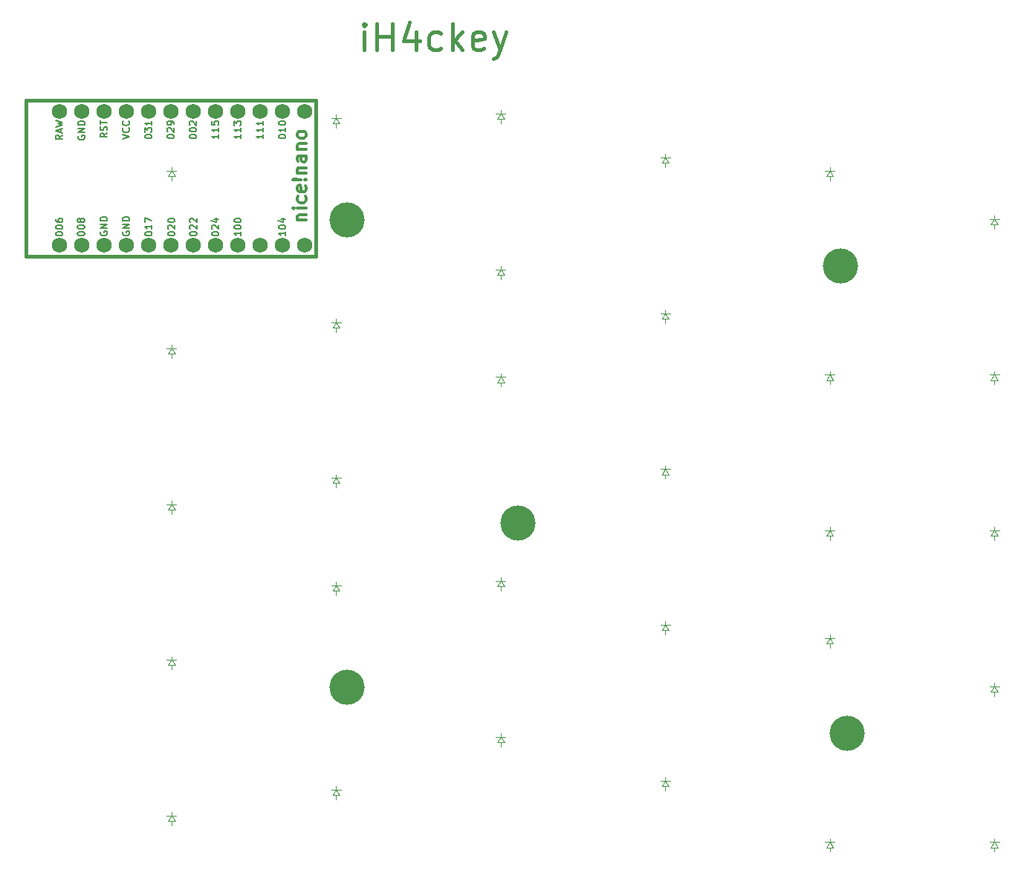
<source format=gbr>
%TF.GenerationSoftware,KiCad,Pcbnew,8.0.7*%
%TF.CreationDate,2025-01-07T17:01:18+01:00*%
%TF.ProjectId,right_finished,72696768-745f-4666-996e-69736865642e,v1.0.0*%
%TF.SameCoordinates,Original*%
%TF.FileFunction,Legend,Top*%
%TF.FilePolarity,Positive*%
%FSLAX46Y46*%
G04 Gerber Fmt 4.6, Leading zero omitted, Abs format (unit mm)*
G04 Created by KiCad (PCBNEW 8.0.7) date 2025-01-07 17:01:18*
%MOMM*%
%LPD*%
G01*
G04 APERTURE LIST*
%ADD10C,0.400000*%
%ADD11C,0.150000*%
%ADD12C,0.300000*%
%ADD13C,0.100000*%
%ADD14C,0.381000*%
%ADD15C,4.000000*%
%ADD16C,1.752600*%
G04 APERTURE END LIST*
D10*
X283527442Y-62867057D02*
X283527442Y-60867057D01*
X283527442Y-59867057D02*
X283384585Y-60009914D01*
X283384585Y-60009914D02*
X283527442Y-60152771D01*
X283527442Y-60152771D02*
X283670299Y-60009914D01*
X283670299Y-60009914D02*
X283527442Y-59867057D01*
X283527442Y-59867057D02*
X283527442Y-60152771D01*
X284956013Y-62867057D02*
X284956013Y-59867057D01*
X284956013Y-61295628D02*
X286670299Y-61295628D01*
X286670299Y-62867057D02*
X286670299Y-59867057D01*
X289384585Y-60867057D02*
X289384585Y-62867057D01*
X288670299Y-59724200D02*
X287956013Y-61867057D01*
X287956013Y-61867057D02*
X289813156Y-61867057D01*
X292241728Y-62724200D02*
X291956013Y-62867057D01*
X291956013Y-62867057D02*
X291384585Y-62867057D01*
X291384585Y-62867057D02*
X291098870Y-62724200D01*
X291098870Y-62724200D02*
X290956013Y-62581342D01*
X290956013Y-62581342D02*
X290813156Y-62295628D01*
X290813156Y-62295628D02*
X290813156Y-61438485D01*
X290813156Y-61438485D02*
X290956013Y-61152771D01*
X290956013Y-61152771D02*
X291098870Y-61009914D01*
X291098870Y-61009914D02*
X291384585Y-60867057D01*
X291384585Y-60867057D02*
X291956013Y-60867057D01*
X291956013Y-60867057D02*
X292241728Y-61009914D01*
X293527442Y-62867057D02*
X293527442Y-59867057D01*
X293813157Y-61724200D02*
X294670299Y-62867057D01*
X294670299Y-60867057D02*
X293527442Y-62009914D01*
X297098870Y-62724200D02*
X296813156Y-62867057D01*
X296813156Y-62867057D02*
X296241728Y-62867057D01*
X296241728Y-62867057D02*
X295956013Y-62724200D01*
X295956013Y-62724200D02*
X295813156Y-62438485D01*
X295813156Y-62438485D02*
X295813156Y-61295628D01*
X295813156Y-61295628D02*
X295956013Y-61009914D01*
X295956013Y-61009914D02*
X296241728Y-60867057D01*
X296241728Y-60867057D02*
X296813156Y-60867057D01*
X296813156Y-60867057D02*
X297098870Y-61009914D01*
X297098870Y-61009914D02*
X297241728Y-61295628D01*
X297241728Y-61295628D02*
X297241728Y-61581342D01*
X297241728Y-61581342D02*
X295813156Y-61867057D01*
X298241728Y-60867057D02*
X298956014Y-62867057D01*
X299670299Y-60867057D02*
X298956014Y-62867057D01*
X298956014Y-62867057D02*
X298670299Y-63581342D01*
X298670299Y-63581342D02*
X298527442Y-63724200D01*
X298527442Y-63724200D02*
X298241728Y-63867057D01*
D11*
X266922295Y-72496142D02*
X266922295Y-72953285D01*
X266922295Y-72724713D02*
X266122295Y-72724713D01*
X266122295Y-72724713D02*
X266236580Y-72800904D01*
X266236580Y-72800904D02*
X266312771Y-72877094D01*
X266312771Y-72877094D02*
X266350866Y-72953285D01*
X266922295Y-71734237D02*
X266922295Y-72191380D01*
X266922295Y-71962808D02*
X266122295Y-71962808D01*
X266122295Y-71962808D02*
X266236580Y-72038999D01*
X266236580Y-72038999D02*
X266312771Y-72115189D01*
X266312771Y-72115189D02*
X266350866Y-72191380D01*
X266122295Y-71010427D02*
X266122295Y-71391379D01*
X266122295Y-71391379D02*
X266503247Y-71429475D01*
X266503247Y-71429475D02*
X266465152Y-71391379D01*
X266465152Y-71391379D02*
X266427057Y-71315189D01*
X266427057Y-71315189D02*
X266427057Y-71124713D01*
X266427057Y-71124713D02*
X266465152Y-71048522D01*
X266465152Y-71048522D02*
X266503247Y-71010427D01*
X266503247Y-71010427D02*
X266579438Y-70972332D01*
X266579438Y-70972332D02*
X266769914Y-70972332D01*
X266769914Y-70972332D02*
X266846104Y-71010427D01*
X266846104Y-71010427D02*
X266884200Y-71048522D01*
X266884200Y-71048522D02*
X266922295Y-71124713D01*
X266922295Y-71124713D02*
X266922295Y-71315189D01*
X266922295Y-71315189D02*
X266884200Y-71391379D01*
X266884200Y-71391379D02*
X266846104Y-71429475D01*
X250920390Y-72654856D02*
X250882295Y-72731046D01*
X250882295Y-72731046D02*
X250882295Y-72845332D01*
X250882295Y-72845332D02*
X250920390Y-72959618D01*
X250920390Y-72959618D02*
X250996580Y-73035808D01*
X250996580Y-73035808D02*
X251072771Y-73073903D01*
X251072771Y-73073903D02*
X251225152Y-73111999D01*
X251225152Y-73111999D02*
X251339438Y-73111999D01*
X251339438Y-73111999D02*
X251491819Y-73073903D01*
X251491819Y-73073903D02*
X251568009Y-73035808D01*
X251568009Y-73035808D02*
X251644200Y-72959618D01*
X251644200Y-72959618D02*
X251682295Y-72845332D01*
X251682295Y-72845332D02*
X251682295Y-72769141D01*
X251682295Y-72769141D02*
X251644200Y-72654856D01*
X251644200Y-72654856D02*
X251606104Y-72616760D01*
X251606104Y-72616760D02*
X251339438Y-72616760D01*
X251339438Y-72616760D02*
X251339438Y-72769141D01*
X251682295Y-72273903D02*
X250882295Y-72273903D01*
X250882295Y-72273903D02*
X251682295Y-71816760D01*
X251682295Y-71816760D02*
X250882295Y-71816760D01*
X251682295Y-71435808D02*
X250882295Y-71435808D01*
X250882295Y-71435808D02*
X250882295Y-71245332D01*
X250882295Y-71245332D02*
X250920390Y-71131046D01*
X250920390Y-71131046D02*
X250996580Y-71054856D01*
X250996580Y-71054856D02*
X251072771Y-71016761D01*
X251072771Y-71016761D02*
X251225152Y-70978665D01*
X251225152Y-70978665D02*
X251339438Y-70978665D01*
X251339438Y-70978665D02*
X251491819Y-71016761D01*
X251491819Y-71016761D02*
X251568009Y-71054856D01*
X251568009Y-71054856D02*
X251644200Y-71131046D01*
X251644200Y-71131046D02*
X251682295Y-71245332D01*
X251682295Y-71245332D02*
X251682295Y-71435808D01*
X263582295Y-72762808D02*
X263582295Y-72686618D01*
X263582295Y-72686618D02*
X263620390Y-72610427D01*
X263620390Y-72610427D02*
X263658485Y-72572332D01*
X263658485Y-72572332D02*
X263734676Y-72534237D01*
X263734676Y-72534237D02*
X263887057Y-72496142D01*
X263887057Y-72496142D02*
X264077533Y-72496142D01*
X264077533Y-72496142D02*
X264229914Y-72534237D01*
X264229914Y-72534237D02*
X264306104Y-72572332D01*
X264306104Y-72572332D02*
X264344200Y-72610427D01*
X264344200Y-72610427D02*
X264382295Y-72686618D01*
X264382295Y-72686618D02*
X264382295Y-72762808D01*
X264382295Y-72762808D02*
X264344200Y-72838999D01*
X264344200Y-72838999D02*
X264306104Y-72877094D01*
X264306104Y-72877094D02*
X264229914Y-72915189D01*
X264229914Y-72915189D02*
X264077533Y-72953285D01*
X264077533Y-72953285D02*
X263887057Y-72953285D01*
X263887057Y-72953285D02*
X263734676Y-72915189D01*
X263734676Y-72915189D02*
X263658485Y-72877094D01*
X263658485Y-72877094D02*
X263620390Y-72838999D01*
X263620390Y-72838999D02*
X263582295Y-72762808D01*
X263582295Y-72000903D02*
X263582295Y-71924713D01*
X263582295Y-71924713D02*
X263620390Y-71848522D01*
X263620390Y-71848522D02*
X263658485Y-71810427D01*
X263658485Y-71810427D02*
X263734676Y-71772332D01*
X263734676Y-71772332D02*
X263887057Y-71734237D01*
X263887057Y-71734237D02*
X264077533Y-71734237D01*
X264077533Y-71734237D02*
X264229914Y-71772332D01*
X264229914Y-71772332D02*
X264306104Y-71810427D01*
X264306104Y-71810427D02*
X264344200Y-71848522D01*
X264344200Y-71848522D02*
X264382295Y-71924713D01*
X264382295Y-71924713D02*
X264382295Y-72000903D01*
X264382295Y-72000903D02*
X264344200Y-72077094D01*
X264344200Y-72077094D02*
X264306104Y-72115189D01*
X264306104Y-72115189D02*
X264229914Y-72153284D01*
X264229914Y-72153284D02*
X264077533Y-72191380D01*
X264077533Y-72191380D02*
X263887057Y-72191380D01*
X263887057Y-72191380D02*
X263734676Y-72153284D01*
X263734676Y-72153284D02*
X263658485Y-72115189D01*
X263658485Y-72115189D02*
X263620390Y-72077094D01*
X263620390Y-72077094D02*
X263582295Y-72000903D01*
X263658485Y-71429475D02*
X263620390Y-71391379D01*
X263620390Y-71391379D02*
X263582295Y-71315189D01*
X263582295Y-71315189D02*
X263582295Y-71124713D01*
X263582295Y-71124713D02*
X263620390Y-71048522D01*
X263620390Y-71048522D02*
X263658485Y-71010427D01*
X263658485Y-71010427D02*
X263734676Y-70972332D01*
X263734676Y-70972332D02*
X263810866Y-70972332D01*
X263810866Y-70972332D02*
X263925152Y-71010427D01*
X263925152Y-71010427D02*
X264382295Y-71467570D01*
X264382295Y-71467570D02*
X264382295Y-70972332D01*
X248342295Y-83837189D02*
X248342295Y-83760999D01*
X248342295Y-83760999D02*
X248380390Y-83684808D01*
X248380390Y-83684808D02*
X248418485Y-83646713D01*
X248418485Y-83646713D02*
X248494676Y-83608618D01*
X248494676Y-83608618D02*
X248647057Y-83570523D01*
X248647057Y-83570523D02*
X248837533Y-83570523D01*
X248837533Y-83570523D02*
X248989914Y-83608618D01*
X248989914Y-83608618D02*
X249066104Y-83646713D01*
X249066104Y-83646713D02*
X249104200Y-83684808D01*
X249104200Y-83684808D02*
X249142295Y-83760999D01*
X249142295Y-83760999D02*
X249142295Y-83837189D01*
X249142295Y-83837189D02*
X249104200Y-83913380D01*
X249104200Y-83913380D02*
X249066104Y-83951475D01*
X249066104Y-83951475D02*
X248989914Y-83989570D01*
X248989914Y-83989570D02*
X248837533Y-84027666D01*
X248837533Y-84027666D02*
X248647057Y-84027666D01*
X248647057Y-84027666D02*
X248494676Y-83989570D01*
X248494676Y-83989570D02*
X248418485Y-83951475D01*
X248418485Y-83951475D02*
X248380390Y-83913380D01*
X248380390Y-83913380D02*
X248342295Y-83837189D01*
X248342295Y-83075284D02*
X248342295Y-82999094D01*
X248342295Y-82999094D02*
X248380390Y-82922903D01*
X248380390Y-82922903D02*
X248418485Y-82884808D01*
X248418485Y-82884808D02*
X248494676Y-82846713D01*
X248494676Y-82846713D02*
X248647057Y-82808618D01*
X248647057Y-82808618D02*
X248837533Y-82808618D01*
X248837533Y-82808618D02*
X248989914Y-82846713D01*
X248989914Y-82846713D02*
X249066104Y-82884808D01*
X249066104Y-82884808D02*
X249104200Y-82922903D01*
X249104200Y-82922903D02*
X249142295Y-82999094D01*
X249142295Y-82999094D02*
X249142295Y-83075284D01*
X249142295Y-83075284D02*
X249104200Y-83151475D01*
X249104200Y-83151475D02*
X249066104Y-83189570D01*
X249066104Y-83189570D02*
X248989914Y-83227665D01*
X248989914Y-83227665D02*
X248837533Y-83265761D01*
X248837533Y-83265761D02*
X248647057Y-83265761D01*
X248647057Y-83265761D02*
X248494676Y-83227665D01*
X248494676Y-83227665D02*
X248418485Y-83189570D01*
X248418485Y-83189570D02*
X248380390Y-83151475D01*
X248380390Y-83151475D02*
X248342295Y-83075284D01*
X248342295Y-82122903D02*
X248342295Y-82275284D01*
X248342295Y-82275284D02*
X248380390Y-82351475D01*
X248380390Y-82351475D02*
X248418485Y-82389570D01*
X248418485Y-82389570D02*
X248532771Y-82465760D01*
X248532771Y-82465760D02*
X248685152Y-82503856D01*
X248685152Y-82503856D02*
X248989914Y-82503856D01*
X248989914Y-82503856D02*
X249066104Y-82465760D01*
X249066104Y-82465760D02*
X249104200Y-82427665D01*
X249104200Y-82427665D02*
X249142295Y-82351475D01*
X249142295Y-82351475D02*
X249142295Y-82199094D01*
X249142295Y-82199094D02*
X249104200Y-82122903D01*
X249104200Y-82122903D02*
X249066104Y-82084808D01*
X249066104Y-82084808D02*
X248989914Y-82046713D01*
X248989914Y-82046713D02*
X248799438Y-82046713D01*
X248799438Y-82046713D02*
X248723247Y-82084808D01*
X248723247Y-82084808D02*
X248685152Y-82122903D01*
X248685152Y-82122903D02*
X248647057Y-82199094D01*
X248647057Y-82199094D02*
X248647057Y-82351475D01*
X248647057Y-82351475D02*
X248685152Y-82427665D01*
X248685152Y-82427665D02*
X248723247Y-82465760D01*
X248723247Y-82465760D02*
X248799438Y-82503856D01*
X258502295Y-72762808D02*
X258502295Y-72686618D01*
X258502295Y-72686618D02*
X258540390Y-72610427D01*
X258540390Y-72610427D02*
X258578485Y-72572332D01*
X258578485Y-72572332D02*
X258654676Y-72534237D01*
X258654676Y-72534237D02*
X258807057Y-72496142D01*
X258807057Y-72496142D02*
X258997533Y-72496142D01*
X258997533Y-72496142D02*
X259149914Y-72534237D01*
X259149914Y-72534237D02*
X259226104Y-72572332D01*
X259226104Y-72572332D02*
X259264200Y-72610427D01*
X259264200Y-72610427D02*
X259302295Y-72686618D01*
X259302295Y-72686618D02*
X259302295Y-72762808D01*
X259302295Y-72762808D02*
X259264200Y-72838999D01*
X259264200Y-72838999D02*
X259226104Y-72877094D01*
X259226104Y-72877094D02*
X259149914Y-72915189D01*
X259149914Y-72915189D02*
X258997533Y-72953285D01*
X258997533Y-72953285D02*
X258807057Y-72953285D01*
X258807057Y-72953285D02*
X258654676Y-72915189D01*
X258654676Y-72915189D02*
X258578485Y-72877094D01*
X258578485Y-72877094D02*
X258540390Y-72838999D01*
X258540390Y-72838999D02*
X258502295Y-72762808D01*
X258502295Y-72229475D02*
X258502295Y-71734237D01*
X258502295Y-71734237D02*
X258807057Y-72000903D01*
X258807057Y-72000903D02*
X258807057Y-71886618D01*
X258807057Y-71886618D02*
X258845152Y-71810427D01*
X258845152Y-71810427D02*
X258883247Y-71772332D01*
X258883247Y-71772332D02*
X258959438Y-71734237D01*
X258959438Y-71734237D02*
X259149914Y-71734237D01*
X259149914Y-71734237D02*
X259226104Y-71772332D01*
X259226104Y-71772332D02*
X259264200Y-71810427D01*
X259264200Y-71810427D02*
X259302295Y-71886618D01*
X259302295Y-71886618D02*
X259302295Y-72115189D01*
X259302295Y-72115189D02*
X259264200Y-72191380D01*
X259264200Y-72191380D02*
X259226104Y-72229475D01*
X259302295Y-70972332D02*
X259302295Y-71429475D01*
X259302295Y-71200903D02*
X258502295Y-71200903D01*
X258502295Y-71200903D02*
X258616580Y-71277094D01*
X258616580Y-71277094D02*
X258692771Y-71353284D01*
X258692771Y-71353284D02*
X258730866Y-71429475D01*
X249142295Y-72578665D02*
X248761342Y-72845332D01*
X249142295Y-73035808D02*
X248342295Y-73035808D01*
X248342295Y-73035808D02*
X248342295Y-72731046D01*
X248342295Y-72731046D02*
X248380390Y-72654856D01*
X248380390Y-72654856D02*
X248418485Y-72616761D01*
X248418485Y-72616761D02*
X248494676Y-72578665D01*
X248494676Y-72578665D02*
X248608961Y-72578665D01*
X248608961Y-72578665D02*
X248685152Y-72616761D01*
X248685152Y-72616761D02*
X248723247Y-72654856D01*
X248723247Y-72654856D02*
X248761342Y-72731046D01*
X248761342Y-72731046D02*
X248761342Y-73035808D01*
X248913723Y-72273904D02*
X248913723Y-71892951D01*
X249142295Y-72350094D02*
X248342295Y-72083427D01*
X248342295Y-72083427D02*
X249142295Y-71816761D01*
X248342295Y-71626285D02*
X249142295Y-71435809D01*
X249142295Y-71435809D02*
X248570866Y-71283428D01*
X248570866Y-71283428D02*
X249142295Y-71131047D01*
X249142295Y-71131047D02*
X248342295Y-70940571D01*
X250812295Y-83837189D02*
X250812295Y-83760999D01*
X250812295Y-83760999D02*
X250850390Y-83684808D01*
X250850390Y-83684808D02*
X250888485Y-83646713D01*
X250888485Y-83646713D02*
X250964676Y-83608618D01*
X250964676Y-83608618D02*
X251117057Y-83570523D01*
X251117057Y-83570523D02*
X251307533Y-83570523D01*
X251307533Y-83570523D02*
X251459914Y-83608618D01*
X251459914Y-83608618D02*
X251536104Y-83646713D01*
X251536104Y-83646713D02*
X251574200Y-83684808D01*
X251574200Y-83684808D02*
X251612295Y-83760999D01*
X251612295Y-83760999D02*
X251612295Y-83837189D01*
X251612295Y-83837189D02*
X251574200Y-83913380D01*
X251574200Y-83913380D02*
X251536104Y-83951475D01*
X251536104Y-83951475D02*
X251459914Y-83989570D01*
X251459914Y-83989570D02*
X251307533Y-84027666D01*
X251307533Y-84027666D02*
X251117057Y-84027666D01*
X251117057Y-84027666D02*
X250964676Y-83989570D01*
X250964676Y-83989570D02*
X250888485Y-83951475D01*
X250888485Y-83951475D02*
X250850390Y-83913380D01*
X250850390Y-83913380D02*
X250812295Y-83837189D01*
X250812295Y-83075284D02*
X250812295Y-82999094D01*
X250812295Y-82999094D02*
X250850390Y-82922903D01*
X250850390Y-82922903D02*
X250888485Y-82884808D01*
X250888485Y-82884808D02*
X250964676Y-82846713D01*
X250964676Y-82846713D02*
X251117057Y-82808618D01*
X251117057Y-82808618D02*
X251307533Y-82808618D01*
X251307533Y-82808618D02*
X251459914Y-82846713D01*
X251459914Y-82846713D02*
X251536104Y-82884808D01*
X251536104Y-82884808D02*
X251574200Y-82922903D01*
X251574200Y-82922903D02*
X251612295Y-82999094D01*
X251612295Y-82999094D02*
X251612295Y-83075284D01*
X251612295Y-83075284D02*
X251574200Y-83151475D01*
X251574200Y-83151475D02*
X251536104Y-83189570D01*
X251536104Y-83189570D02*
X251459914Y-83227665D01*
X251459914Y-83227665D02*
X251307533Y-83265761D01*
X251307533Y-83265761D02*
X251117057Y-83265761D01*
X251117057Y-83265761D02*
X250964676Y-83227665D01*
X250964676Y-83227665D02*
X250888485Y-83189570D01*
X250888485Y-83189570D02*
X250850390Y-83151475D01*
X250850390Y-83151475D02*
X250812295Y-83075284D01*
X251155152Y-82351475D02*
X251117057Y-82427665D01*
X251117057Y-82427665D02*
X251078961Y-82465760D01*
X251078961Y-82465760D02*
X251002771Y-82503856D01*
X251002771Y-82503856D02*
X250964676Y-82503856D01*
X250964676Y-82503856D02*
X250888485Y-82465760D01*
X250888485Y-82465760D02*
X250850390Y-82427665D01*
X250850390Y-82427665D02*
X250812295Y-82351475D01*
X250812295Y-82351475D02*
X250812295Y-82199094D01*
X250812295Y-82199094D02*
X250850390Y-82122903D01*
X250850390Y-82122903D02*
X250888485Y-82084808D01*
X250888485Y-82084808D02*
X250964676Y-82046713D01*
X250964676Y-82046713D02*
X251002771Y-82046713D01*
X251002771Y-82046713D02*
X251078961Y-82084808D01*
X251078961Y-82084808D02*
X251117057Y-82122903D01*
X251117057Y-82122903D02*
X251155152Y-82199094D01*
X251155152Y-82199094D02*
X251155152Y-82351475D01*
X251155152Y-82351475D02*
X251193247Y-82427665D01*
X251193247Y-82427665D02*
X251231342Y-82465760D01*
X251231342Y-82465760D02*
X251307533Y-82503856D01*
X251307533Y-82503856D02*
X251459914Y-82503856D01*
X251459914Y-82503856D02*
X251536104Y-82465760D01*
X251536104Y-82465760D02*
X251574200Y-82427665D01*
X251574200Y-82427665D02*
X251612295Y-82351475D01*
X251612295Y-82351475D02*
X251612295Y-82199094D01*
X251612295Y-82199094D02*
X251574200Y-82122903D01*
X251574200Y-82122903D02*
X251536104Y-82084808D01*
X251536104Y-82084808D02*
X251459914Y-82046713D01*
X251459914Y-82046713D02*
X251307533Y-82046713D01*
X251307533Y-82046713D02*
X251231342Y-82084808D01*
X251231342Y-82084808D02*
X251193247Y-82122903D01*
X251193247Y-82122903D02*
X251155152Y-82199094D01*
X258512295Y-83837189D02*
X258512295Y-83760999D01*
X258512295Y-83760999D02*
X258550390Y-83684808D01*
X258550390Y-83684808D02*
X258588485Y-83646713D01*
X258588485Y-83646713D02*
X258664676Y-83608618D01*
X258664676Y-83608618D02*
X258817057Y-83570523D01*
X258817057Y-83570523D02*
X259007533Y-83570523D01*
X259007533Y-83570523D02*
X259159914Y-83608618D01*
X259159914Y-83608618D02*
X259236104Y-83646713D01*
X259236104Y-83646713D02*
X259274200Y-83684808D01*
X259274200Y-83684808D02*
X259312295Y-83760999D01*
X259312295Y-83760999D02*
X259312295Y-83837189D01*
X259312295Y-83837189D02*
X259274200Y-83913380D01*
X259274200Y-83913380D02*
X259236104Y-83951475D01*
X259236104Y-83951475D02*
X259159914Y-83989570D01*
X259159914Y-83989570D02*
X259007533Y-84027666D01*
X259007533Y-84027666D02*
X258817057Y-84027666D01*
X258817057Y-84027666D02*
X258664676Y-83989570D01*
X258664676Y-83989570D02*
X258588485Y-83951475D01*
X258588485Y-83951475D02*
X258550390Y-83913380D01*
X258550390Y-83913380D02*
X258512295Y-83837189D01*
X259312295Y-82808618D02*
X259312295Y-83265761D01*
X259312295Y-83037189D02*
X258512295Y-83037189D01*
X258512295Y-83037189D02*
X258626580Y-83113380D01*
X258626580Y-83113380D02*
X258702771Y-83189570D01*
X258702771Y-83189570D02*
X258740866Y-83265761D01*
X258512295Y-82541951D02*
X258512295Y-82008617D01*
X258512295Y-82008617D02*
X259312295Y-82351475D01*
X254222295Y-72350094D02*
X253841342Y-72616761D01*
X254222295Y-72807237D02*
X253422295Y-72807237D01*
X253422295Y-72807237D02*
X253422295Y-72502475D01*
X253422295Y-72502475D02*
X253460390Y-72426285D01*
X253460390Y-72426285D02*
X253498485Y-72388190D01*
X253498485Y-72388190D02*
X253574676Y-72350094D01*
X253574676Y-72350094D02*
X253688961Y-72350094D01*
X253688961Y-72350094D02*
X253765152Y-72388190D01*
X253765152Y-72388190D02*
X253803247Y-72426285D01*
X253803247Y-72426285D02*
X253841342Y-72502475D01*
X253841342Y-72502475D02*
X253841342Y-72807237D01*
X254184200Y-72045333D02*
X254222295Y-71931047D01*
X254222295Y-71931047D02*
X254222295Y-71740571D01*
X254222295Y-71740571D02*
X254184200Y-71664380D01*
X254184200Y-71664380D02*
X254146104Y-71626285D01*
X254146104Y-71626285D02*
X254069914Y-71588190D01*
X254069914Y-71588190D02*
X253993723Y-71588190D01*
X253993723Y-71588190D02*
X253917533Y-71626285D01*
X253917533Y-71626285D02*
X253879438Y-71664380D01*
X253879438Y-71664380D02*
X253841342Y-71740571D01*
X253841342Y-71740571D02*
X253803247Y-71892952D01*
X253803247Y-71892952D02*
X253765152Y-71969142D01*
X253765152Y-71969142D02*
X253727057Y-72007237D01*
X253727057Y-72007237D02*
X253650866Y-72045333D01*
X253650866Y-72045333D02*
X253574676Y-72045333D01*
X253574676Y-72045333D02*
X253498485Y-72007237D01*
X253498485Y-72007237D02*
X253460390Y-71969142D01*
X253460390Y-71969142D02*
X253422295Y-71892952D01*
X253422295Y-71892952D02*
X253422295Y-71702475D01*
X253422295Y-71702475D02*
X253460390Y-71588190D01*
X253422295Y-71359618D02*
X253422295Y-70902475D01*
X254222295Y-71131047D02*
X253422295Y-71131047D01*
X261042295Y-72762808D02*
X261042295Y-72686618D01*
X261042295Y-72686618D02*
X261080390Y-72610427D01*
X261080390Y-72610427D02*
X261118485Y-72572332D01*
X261118485Y-72572332D02*
X261194676Y-72534237D01*
X261194676Y-72534237D02*
X261347057Y-72496142D01*
X261347057Y-72496142D02*
X261537533Y-72496142D01*
X261537533Y-72496142D02*
X261689914Y-72534237D01*
X261689914Y-72534237D02*
X261766104Y-72572332D01*
X261766104Y-72572332D02*
X261804200Y-72610427D01*
X261804200Y-72610427D02*
X261842295Y-72686618D01*
X261842295Y-72686618D02*
X261842295Y-72762808D01*
X261842295Y-72762808D02*
X261804200Y-72838999D01*
X261804200Y-72838999D02*
X261766104Y-72877094D01*
X261766104Y-72877094D02*
X261689914Y-72915189D01*
X261689914Y-72915189D02*
X261537533Y-72953285D01*
X261537533Y-72953285D02*
X261347057Y-72953285D01*
X261347057Y-72953285D02*
X261194676Y-72915189D01*
X261194676Y-72915189D02*
X261118485Y-72877094D01*
X261118485Y-72877094D02*
X261080390Y-72838999D01*
X261080390Y-72838999D02*
X261042295Y-72762808D01*
X261118485Y-72191380D02*
X261080390Y-72153284D01*
X261080390Y-72153284D02*
X261042295Y-72077094D01*
X261042295Y-72077094D02*
X261042295Y-71886618D01*
X261042295Y-71886618D02*
X261080390Y-71810427D01*
X261080390Y-71810427D02*
X261118485Y-71772332D01*
X261118485Y-71772332D02*
X261194676Y-71734237D01*
X261194676Y-71734237D02*
X261270866Y-71734237D01*
X261270866Y-71734237D02*
X261385152Y-71772332D01*
X261385152Y-71772332D02*
X261842295Y-72229475D01*
X261842295Y-72229475D02*
X261842295Y-71734237D01*
X261842295Y-71353284D02*
X261842295Y-71200903D01*
X261842295Y-71200903D02*
X261804200Y-71124713D01*
X261804200Y-71124713D02*
X261766104Y-71086617D01*
X261766104Y-71086617D02*
X261651819Y-71010427D01*
X261651819Y-71010427D02*
X261499438Y-70972332D01*
X261499438Y-70972332D02*
X261194676Y-70972332D01*
X261194676Y-70972332D02*
X261118485Y-71010427D01*
X261118485Y-71010427D02*
X261080390Y-71048522D01*
X261080390Y-71048522D02*
X261042295Y-71124713D01*
X261042295Y-71124713D02*
X261042295Y-71277094D01*
X261042295Y-71277094D02*
X261080390Y-71353284D01*
X261080390Y-71353284D02*
X261118485Y-71391379D01*
X261118485Y-71391379D02*
X261194676Y-71429475D01*
X261194676Y-71429475D02*
X261385152Y-71429475D01*
X261385152Y-71429475D02*
X261461342Y-71391379D01*
X261461342Y-71391379D02*
X261499438Y-71353284D01*
X261499438Y-71353284D02*
X261537533Y-71277094D01*
X261537533Y-71277094D02*
X261537533Y-71124713D01*
X261537533Y-71124713D02*
X261499438Y-71048522D01*
X261499438Y-71048522D02*
X261461342Y-71010427D01*
X261461342Y-71010427D02*
X261385152Y-70972332D01*
D12*
X275890328Y-82281714D02*
X276890328Y-82281714D01*
X276033185Y-82281714D02*
X275961757Y-82210285D01*
X275961757Y-82210285D02*
X275890328Y-82067428D01*
X275890328Y-82067428D02*
X275890328Y-81853142D01*
X275890328Y-81853142D02*
X275961757Y-81710285D01*
X275961757Y-81710285D02*
X276104614Y-81638857D01*
X276104614Y-81638857D02*
X276890328Y-81638857D01*
X276890328Y-80924571D02*
X275890328Y-80924571D01*
X275390328Y-80924571D02*
X275461757Y-80995999D01*
X275461757Y-80995999D02*
X275533185Y-80924571D01*
X275533185Y-80924571D02*
X275461757Y-80853142D01*
X275461757Y-80853142D02*
X275390328Y-80924571D01*
X275390328Y-80924571D02*
X275533185Y-80924571D01*
X276818900Y-79567428D02*
X276890328Y-79710285D01*
X276890328Y-79710285D02*
X276890328Y-79995999D01*
X276890328Y-79995999D02*
X276818900Y-80138856D01*
X276818900Y-80138856D02*
X276747471Y-80210285D01*
X276747471Y-80210285D02*
X276604614Y-80281713D01*
X276604614Y-80281713D02*
X276176042Y-80281713D01*
X276176042Y-80281713D02*
X276033185Y-80210285D01*
X276033185Y-80210285D02*
X275961757Y-80138856D01*
X275961757Y-80138856D02*
X275890328Y-79995999D01*
X275890328Y-79995999D02*
X275890328Y-79710285D01*
X275890328Y-79710285D02*
X275961757Y-79567428D01*
X276818900Y-78353142D02*
X276890328Y-78495999D01*
X276890328Y-78495999D02*
X276890328Y-78781714D01*
X276890328Y-78781714D02*
X276818900Y-78924571D01*
X276818900Y-78924571D02*
X276676042Y-78995999D01*
X276676042Y-78995999D02*
X276104614Y-78995999D01*
X276104614Y-78995999D02*
X275961757Y-78924571D01*
X275961757Y-78924571D02*
X275890328Y-78781714D01*
X275890328Y-78781714D02*
X275890328Y-78495999D01*
X275890328Y-78495999D02*
X275961757Y-78353142D01*
X275961757Y-78353142D02*
X276104614Y-78281714D01*
X276104614Y-78281714D02*
X276247471Y-78281714D01*
X276247471Y-78281714D02*
X276390328Y-78995999D01*
X276747471Y-77638857D02*
X276818900Y-77567428D01*
X276818900Y-77567428D02*
X276890328Y-77638857D01*
X276890328Y-77638857D02*
X276818900Y-77710285D01*
X276818900Y-77710285D02*
X276747471Y-77638857D01*
X276747471Y-77638857D02*
X276890328Y-77638857D01*
X276318900Y-77638857D02*
X275461757Y-77710285D01*
X275461757Y-77710285D02*
X275390328Y-77638857D01*
X275390328Y-77638857D02*
X275461757Y-77567428D01*
X275461757Y-77567428D02*
X276318900Y-77638857D01*
X276318900Y-77638857D02*
X275390328Y-77638857D01*
X275890328Y-76924571D02*
X276890328Y-76924571D01*
X276033185Y-76924571D02*
X275961757Y-76853142D01*
X275961757Y-76853142D02*
X275890328Y-76710285D01*
X275890328Y-76710285D02*
X275890328Y-76495999D01*
X275890328Y-76495999D02*
X275961757Y-76353142D01*
X275961757Y-76353142D02*
X276104614Y-76281714D01*
X276104614Y-76281714D02*
X276890328Y-76281714D01*
X276890328Y-74924571D02*
X276104614Y-74924571D01*
X276104614Y-74924571D02*
X275961757Y-74995999D01*
X275961757Y-74995999D02*
X275890328Y-75138856D01*
X275890328Y-75138856D02*
X275890328Y-75424571D01*
X275890328Y-75424571D02*
X275961757Y-75567428D01*
X276818900Y-74924571D02*
X276890328Y-75067428D01*
X276890328Y-75067428D02*
X276890328Y-75424571D01*
X276890328Y-75424571D02*
X276818900Y-75567428D01*
X276818900Y-75567428D02*
X276676042Y-75638856D01*
X276676042Y-75638856D02*
X276533185Y-75638856D01*
X276533185Y-75638856D02*
X276390328Y-75567428D01*
X276390328Y-75567428D02*
X276318900Y-75424571D01*
X276318900Y-75424571D02*
X276318900Y-75067428D01*
X276318900Y-75067428D02*
X276247471Y-74924571D01*
X275890328Y-74210285D02*
X276890328Y-74210285D01*
X276033185Y-74210285D02*
X275961757Y-74138856D01*
X275961757Y-74138856D02*
X275890328Y-73995999D01*
X275890328Y-73995999D02*
X275890328Y-73781713D01*
X275890328Y-73781713D02*
X275961757Y-73638856D01*
X275961757Y-73638856D02*
X276104614Y-73567428D01*
X276104614Y-73567428D02*
X276890328Y-73567428D01*
X276890328Y-72638856D02*
X276818900Y-72781713D01*
X276818900Y-72781713D02*
X276747471Y-72853142D01*
X276747471Y-72853142D02*
X276604614Y-72924570D01*
X276604614Y-72924570D02*
X276176042Y-72924570D01*
X276176042Y-72924570D02*
X276033185Y-72853142D01*
X276033185Y-72853142D02*
X275961757Y-72781713D01*
X275961757Y-72781713D02*
X275890328Y-72638856D01*
X275890328Y-72638856D02*
X275890328Y-72424570D01*
X275890328Y-72424570D02*
X275961757Y-72281713D01*
X275961757Y-72281713D02*
X276033185Y-72210285D01*
X276033185Y-72210285D02*
X276176042Y-72138856D01*
X276176042Y-72138856D02*
X276604614Y-72138856D01*
X276604614Y-72138856D02*
X276747471Y-72210285D01*
X276747471Y-72210285D02*
X276818900Y-72281713D01*
X276818900Y-72281713D02*
X276890328Y-72424570D01*
X276890328Y-72424570D02*
X276890328Y-72638856D01*
D11*
X269462295Y-72496142D02*
X269462295Y-72953285D01*
X269462295Y-72724713D02*
X268662295Y-72724713D01*
X268662295Y-72724713D02*
X268776580Y-72800904D01*
X268776580Y-72800904D02*
X268852771Y-72877094D01*
X268852771Y-72877094D02*
X268890866Y-72953285D01*
X269462295Y-71734237D02*
X269462295Y-72191380D01*
X269462295Y-71962808D02*
X268662295Y-71962808D01*
X268662295Y-71962808D02*
X268776580Y-72038999D01*
X268776580Y-72038999D02*
X268852771Y-72115189D01*
X268852771Y-72115189D02*
X268890866Y-72191380D01*
X268662295Y-71467570D02*
X268662295Y-70972332D01*
X268662295Y-70972332D02*
X268967057Y-71238998D01*
X268967057Y-71238998D02*
X268967057Y-71124713D01*
X268967057Y-71124713D02*
X269005152Y-71048522D01*
X269005152Y-71048522D02*
X269043247Y-71010427D01*
X269043247Y-71010427D02*
X269119438Y-70972332D01*
X269119438Y-70972332D02*
X269309914Y-70972332D01*
X269309914Y-70972332D02*
X269386104Y-71010427D01*
X269386104Y-71010427D02*
X269424200Y-71048522D01*
X269424200Y-71048522D02*
X269462295Y-71124713D01*
X269462295Y-71124713D02*
X269462295Y-71353284D01*
X269462295Y-71353284D02*
X269424200Y-71429475D01*
X269424200Y-71429475D02*
X269386104Y-71467570D01*
X253460390Y-83570523D02*
X253422295Y-83646713D01*
X253422295Y-83646713D02*
X253422295Y-83760999D01*
X253422295Y-83760999D02*
X253460390Y-83875285D01*
X253460390Y-83875285D02*
X253536580Y-83951475D01*
X253536580Y-83951475D02*
X253612771Y-83989570D01*
X253612771Y-83989570D02*
X253765152Y-84027666D01*
X253765152Y-84027666D02*
X253879438Y-84027666D01*
X253879438Y-84027666D02*
X254031819Y-83989570D01*
X254031819Y-83989570D02*
X254108009Y-83951475D01*
X254108009Y-83951475D02*
X254184200Y-83875285D01*
X254184200Y-83875285D02*
X254222295Y-83760999D01*
X254222295Y-83760999D02*
X254222295Y-83684808D01*
X254222295Y-83684808D02*
X254184200Y-83570523D01*
X254184200Y-83570523D02*
X254146104Y-83532427D01*
X254146104Y-83532427D02*
X253879438Y-83532427D01*
X253879438Y-83532427D02*
X253879438Y-83684808D01*
X254222295Y-83189570D02*
X253422295Y-83189570D01*
X253422295Y-83189570D02*
X254222295Y-82732427D01*
X254222295Y-82732427D02*
X253422295Y-82732427D01*
X254222295Y-82351475D02*
X253422295Y-82351475D01*
X253422295Y-82351475D02*
X253422295Y-82160999D01*
X253422295Y-82160999D02*
X253460390Y-82046713D01*
X253460390Y-82046713D02*
X253536580Y-81970523D01*
X253536580Y-81970523D02*
X253612771Y-81932428D01*
X253612771Y-81932428D02*
X253765152Y-81894332D01*
X253765152Y-81894332D02*
X253879438Y-81894332D01*
X253879438Y-81894332D02*
X254031819Y-81932428D01*
X254031819Y-81932428D02*
X254108009Y-81970523D01*
X254108009Y-81970523D02*
X254184200Y-82046713D01*
X254184200Y-82046713D02*
X254222295Y-82160999D01*
X254222295Y-82160999D02*
X254222295Y-82351475D01*
X274542295Y-83570523D02*
X274542295Y-84027666D01*
X274542295Y-83799094D02*
X273742295Y-83799094D01*
X273742295Y-83799094D02*
X273856580Y-83875285D01*
X273856580Y-83875285D02*
X273932771Y-83951475D01*
X273932771Y-83951475D02*
X273970866Y-84027666D01*
X273742295Y-83075284D02*
X273742295Y-82999094D01*
X273742295Y-82999094D02*
X273780390Y-82922903D01*
X273780390Y-82922903D02*
X273818485Y-82884808D01*
X273818485Y-82884808D02*
X273894676Y-82846713D01*
X273894676Y-82846713D02*
X274047057Y-82808618D01*
X274047057Y-82808618D02*
X274237533Y-82808618D01*
X274237533Y-82808618D02*
X274389914Y-82846713D01*
X274389914Y-82846713D02*
X274466104Y-82884808D01*
X274466104Y-82884808D02*
X274504200Y-82922903D01*
X274504200Y-82922903D02*
X274542295Y-82999094D01*
X274542295Y-82999094D02*
X274542295Y-83075284D01*
X274542295Y-83075284D02*
X274504200Y-83151475D01*
X274504200Y-83151475D02*
X274466104Y-83189570D01*
X274466104Y-83189570D02*
X274389914Y-83227665D01*
X274389914Y-83227665D02*
X274237533Y-83265761D01*
X274237533Y-83265761D02*
X274047057Y-83265761D01*
X274047057Y-83265761D02*
X273894676Y-83227665D01*
X273894676Y-83227665D02*
X273818485Y-83189570D01*
X273818485Y-83189570D02*
X273780390Y-83151475D01*
X273780390Y-83151475D02*
X273742295Y-83075284D01*
X274008961Y-82122903D02*
X274542295Y-82122903D01*
X273704200Y-82313379D02*
X274275628Y-82503856D01*
X274275628Y-82503856D02*
X274275628Y-82008617D01*
X266122295Y-83837189D02*
X266122295Y-83760999D01*
X266122295Y-83760999D02*
X266160390Y-83684808D01*
X266160390Y-83684808D02*
X266198485Y-83646713D01*
X266198485Y-83646713D02*
X266274676Y-83608618D01*
X266274676Y-83608618D02*
X266427057Y-83570523D01*
X266427057Y-83570523D02*
X266617533Y-83570523D01*
X266617533Y-83570523D02*
X266769914Y-83608618D01*
X266769914Y-83608618D02*
X266846104Y-83646713D01*
X266846104Y-83646713D02*
X266884200Y-83684808D01*
X266884200Y-83684808D02*
X266922295Y-83760999D01*
X266922295Y-83760999D02*
X266922295Y-83837189D01*
X266922295Y-83837189D02*
X266884200Y-83913380D01*
X266884200Y-83913380D02*
X266846104Y-83951475D01*
X266846104Y-83951475D02*
X266769914Y-83989570D01*
X266769914Y-83989570D02*
X266617533Y-84027666D01*
X266617533Y-84027666D02*
X266427057Y-84027666D01*
X266427057Y-84027666D02*
X266274676Y-83989570D01*
X266274676Y-83989570D02*
X266198485Y-83951475D01*
X266198485Y-83951475D02*
X266160390Y-83913380D01*
X266160390Y-83913380D02*
X266122295Y-83837189D01*
X266198485Y-83265761D02*
X266160390Y-83227665D01*
X266160390Y-83227665D02*
X266122295Y-83151475D01*
X266122295Y-83151475D02*
X266122295Y-82960999D01*
X266122295Y-82960999D02*
X266160390Y-82884808D01*
X266160390Y-82884808D02*
X266198485Y-82846713D01*
X266198485Y-82846713D02*
X266274676Y-82808618D01*
X266274676Y-82808618D02*
X266350866Y-82808618D01*
X266350866Y-82808618D02*
X266465152Y-82846713D01*
X266465152Y-82846713D02*
X266922295Y-83303856D01*
X266922295Y-83303856D02*
X266922295Y-82808618D01*
X266388961Y-82122903D02*
X266922295Y-82122903D01*
X266084200Y-82313379D02*
X266655628Y-82503856D01*
X266655628Y-82503856D02*
X266655628Y-82008617D01*
X256000390Y-83570523D02*
X255962295Y-83646713D01*
X255962295Y-83646713D02*
X255962295Y-83760999D01*
X255962295Y-83760999D02*
X256000390Y-83875285D01*
X256000390Y-83875285D02*
X256076580Y-83951475D01*
X256076580Y-83951475D02*
X256152771Y-83989570D01*
X256152771Y-83989570D02*
X256305152Y-84027666D01*
X256305152Y-84027666D02*
X256419438Y-84027666D01*
X256419438Y-84027666D02*
X256571819Y-83989570D01*
X256571819Y-83989570D02*
X256648009Y-83951475D01*
X256648009Y-83951475D02*
X256724200Y-83875285D01*
X256724200Y-83875285D02*
X256762295Y-83760999D01*
X256762295Y-83760999D02*
X256762295Y-83684808D01*
X256762295Y-83684808D02*
X256724200Y-83570523D01*
X256724200Y-83570523D02*
X256686104Y-83532427D01*
X256686104Y-83532427D02*
X256419438Y-83532427D01*
X256419438Y-83532427D02*
X256419438Y-83684808D01*
X256762295Y-83189570D02*
X255962295Y-83189570D01*
X255962295Y-83189570D02*
X256762295Y-82732427D01*
X256762295Y-82732427D02*
X255962295Y-82732427D01*
X256762295Y-82351475D02*
X255962295Y-82351475D01*
X255962295Y-82351475D02*
X255962295Y-82160999D01*
X255962295Y-82160999D02*
X256000390Y-82046713D01*
X256000390Y-82046713D02*
X256076580Y-81970523D01*
X256076580Y-81970523D02*
X256152771Y-81932428D01*
X256152771Y-81932428D02*
X256305152Y-81894332D01*
X256305152Y-81894332D02*
X256419438Y-81894332D01*
X256419438Y-81894332D02*
X256571819Y-81932428D01*
X256571819Y-81932428D02*
X256648009Y-81970523D01*
X256648009Y-81970523D02*
X256724200Y-82046713D01*
X256724200Y-82046713D02*
X256762295Y-82160999D01*
X256762295Y-82160999D02*
X256762295Y-82351475D01*
X269462295Y-83570523D02*
X269462295Y-84027666D01*
X269462295Y-83799094D02*
X268662295Y-83799094D01*
X268662295Y-83799094D02*
X268776580Y-83875285D01*
X268776580Y-83875285D02*
X268852771Y-83951475D01*
X268852771Y-83951475D02*
X268890866Y-84027666D01*
X268662295Y-83075284D02*
X268662295Y-82999094D01*
X268662295Y-82999094D02*
X268700390Y-82922903D01*
X268700390Y-82922903D02*
X268738485Y-82884808D01*
X268738485Y-82884808D02*
X268814676Y-82846713D01*
X268814676Y-82846713D02*
X268967057Y-82808618D01*
X268967057Y-82808618D02*
X269157533Y-82808618D01*
X269157533Y-82808618D02*
X269309914Y-82846713D01*
X269309914Y-82846713D02*
X269386104Y-82884808D01*
X269386104Y-82884808D02*
X269424200Y-82922903D01*
X269424200Y-82922903D02*
X269462295Y-82999094D01*
X269462295Y-82999094D02*
X269462295Y-83075284D01*
X269462295Y-83075284D02*
X269424200Y-83151475D01*
X269424200Y-83151475D02*
X269386104Y-83189570D01*
X269386104Y-83189570D02*
X269309914Y-83227665D01*
X269309914Y-83227665D02*
X269157533Y-83265761D01*
X269157533Y-83265761D02*
X268967057Y-83265761D01*
X268967057Y-83265761D02*
X268814676Y-83227665D01*
X268814676Y-83227665D02*
X268738485Y-83189570D01*
X268738485Y-83189570D02*
X268700390Y-83151475D01*
X268700390Y-83151475D02*
X268662295Y-83075284D01*
X268662295Y-82313379D02*
X268662295Y-82237189D01*
X268662295Y-82237189D02*
X268700390Y-82160998D01*
X268700390Y-82160998D02*
X268738485Y-82122903D01*
X268738485Y-82122903D02*
X268814676Y-82084808D01*
X268814676Y-82084808D02*
X268967057Y-82046713D01*
X268967057Y-82046713D02*
X269157533Y-82046713D01*
X269157533Y-82046713D02*
X269309914Y-82084808D01*
X269309914Y-82084808D02*
X269386104Y-82122903D01*
X269386104Y-82122903D02*
X269424200Y-82160998D01*
X269424200Y-82160998D02*
X269462295Y-82237189D01*
X269462295Y-82237189D02*
X269462295Y-82313379D01*
X269462295Y-82313379D02*
X269424200Y-82389570D01*
X269424200Y-82389570D02*
X269386104Y-82427665D01*
X269386104Y-82427665D02*
X269309914Y-82465760D01*
X269309914Y-82465760D02*
X269157533Y-82503856D01*
X269157533Y-82503856D02*
X268967057Y-82503856D01*
X268967057Y-82503856D02*
X268814676Y-82465760D01*
X268814676Y-82465760D02*
X268738485Y-82427665D01*
X268738485Y-82427665D02*
X268700390Y-82389570D01*
X268700390Y-82389570D02*
X268662295Y-82313379D01*
X263612295Y-83837189D02*
X263612295Y-83760999D01*
X263612295Y-83760999D02*
X263650390Y-83684808D01*
X263650390Y-83684808D02*
X263688485Y-83646713D01*
X263688485Y-83646713D02*
X263764676Y-83608618D01*
X263764676Y-83608618D02*
X263917057Y-83570523D01*
X263917057Y-83570523D02*
X264107533Y-83570523D01*
X264107533Y-83570523D02*
X264259914Y-83608618D01*
X264259914Y-83608618D02*
X264336104Y-83646713D01*
X264336104Y-83646713D02*
X264374200Y-83684808D01*
X264374200Y-83684808D02*
X264412295Y-83760999D01*
X264412295Y-83760999D02*
X264412295Y-83837189D01*
X264412295Y-83837189D02*
X264374200Y-83913380D01*
X264374200Y-83913380D02*
X264336104Y-83951475D01*
X264336104Y-83951475D02*
X264259914Y-83989570D01*
X264259914Y-83989570D02*
X264107533Y-84027666D01*
X264107533Y-84027666D02*
X263917057Y-84027666D01*
X263917057Y-84027666D02*
X263764676Y-83989570D01*
X263764676Y-83989570D02*
X263688485Y-83951475D01*
X263688485Y-83951475D02*
X263650390Y-83913380D01*
X263650390Y-83913380D02*
X263612295Y-83837189D01*
X263688485Y-83265761D02*
X263650390Y-83227665D01*
X263650390Y-83227665D02*
X263612295Y-83151475D01*
X263612295Y-83151475D02*
X263612295Y-82960999D01*
X263612295Y-82960999D02*
X263650390Y-82884808D01*
X263650390Y-82884808D02*
X263688485Y-82846713D01*
X263688485Y-82846713D02*
X263764676Y-82808618D01*
X263764676Y-82808618D02*
X263840866Y-82808618D01*
X263840866Y-82808618D02*
X263955152Y-82846713D01*
X263955152Y-82846713D02*
X264412295Y-83303856D01*
X264412295Y-83303856D02*
X264412295Y-82808618D01*
X263688485Y-82503856D02*
X263650390Y-82465760D01*
X263650390Y-82465760D02*
X263612295Y-82389570D01*
X263612295Y-82389570D02*
X263612295Y-82199094D01*
X263612295Y-82199094D02*
X263650390Y-82122903D01*
X263650390Y-82122903D02*
X263688485Y-82084808D01*
X263688485Y-82084808D02*
X263764676Y-82046713D01*
X263764676Y-82046713D02*
X263840866Y-82046713D01*
X263840866Y-82046713D02*
X263955152Y-82084808D01*
X263955152Y-82084808D02*
X264412295Y-82541951D01*
X264412295Y-82541951D02*
X264412295Y-82046713D01*
X261112295Y-83837189D02*
X261112295Y-83760999D01*
X261112295Y-83760999D02*
X261150390Y-83684808D01*
X261150390Y-83684808D02*
X261188485Y-83646713D01*
X261188485Y-83646713D02*
X261264676Y-83608618D01*
X261264676Y-83608618D02*
X261417057Y-83570523D01*
X261417057Y-83570523D02*
X261607533Y-83570523D01*
X261607533Y-83570523D02*
X261759914Y-83608618D01*
X261759914Y-83608618D02*
X261836104Y-83646713D01*
X261836104Y-83646713D02*
X261874200Y-83684808D01*
X261874200Y-83684808D02*
X261912295Y-83760999D01*
X261912295Y-83760999D02*
X261912295Y-83837189D01*
X261912295Y-83837189D02*
X261874200Y-83913380D01*
X261874200Y-83913380D02*
X261836104Y-83951475D01*
X261836104Y-83951475D02*
X261759914Y-83989570D01*
X261759914Y-83989570D02*
X261607533Y-84027666D01*
X261607533Y-84027666D02*
X261417057Y-84027666D01*
X261417057Y-84027666D02*
X261264676Y-83989570D01*
X261264676Y-83989570D02*
X261188485Y-83951475D01*
X261188485Y-83951475D02*
X261150390Y-83913380D01*
X261150390Y-83913380D02*
X261112295Y-83837189D01*
X261188485Y-83265761D02*
X261150390Y-83227665D01*
X261150390Y-83227665D02*
X261112295Y-83151475D01*
X261112295Y-83151475D02*
X261112295Y-82960999D01*
X261112295Y-82960999D02*
X261150390Y-82884808D01*
X261150390Y-82884808D02*
X261188485Y-82846713D01*
X261188485Y-82846713D02*
X261264676Y-82808618D01*
X261264676Y-82808618D02*
X261340866Y-82808618D01*
X261340866Y-82808618D02*
X261455152Y-82846713D01*
X261455152Y-82846713D02*
X261912295Y-83303856D01*
X261912295Y-83303856D02*
X261912295Y-82808618D01*
X261112295Y-82313379D02*
X261112295Y-82237189D01*
X261112295Y-82237189D02*
X261150390Y-82160998D01*
X261150390Y-82160998D02*
X261188485Y-82122903D01*
X261188485Y-82122903D02*
X261264676Y-82084808D01*
X261264676Y-82084808D02*
X261417057Y-82046713D01*
X261417057Y-82046713D02*
X261607533Y-82046713D01*
X261607533Y-82046713D02*
X261759914Y-82084808D01*
X261759914Y-82084808D02*
X261836104Y-82122903D01*
X261836104Y-82122903D02*
X261874200Y-82160998D01*
X261874200Y-82160998D02*
X261912295Y-82237189D01*
X261912295Y-82237189D02*
X261912295Y-82313379D01*
X261912295Y-82313379D02*
X261874200Y-82389570D01*
X261874200Y-82389570D02*
X261836104Y-82427665D01*
X261836104Y-82427665D02*
X261759914Y-82465760D01*
X261759914Y-82465760D02*
X261607533Y-82503856D01*
X261607533Y-82503856D02*
X261417057Y-82503856D01*
X261417057Y-82503856D02*
X261264676Y-82465760D01*
X261264676Y-82465760D02*
X261188485Y-82427665D01*
X261188485Y-82427665D02*
X261150390Y-82389570D01*
X261150390Y-82389570D02*
X261112295Y-82313379D01*
X255962295Y-73029475D02*
X256762295Y-72762808D01*
X256762295Y-72762808D02*
X255962295Y-72496142D01*
X256686104Y-71772332D02*
X256724200Y-71810428D01*
X256724200Y-71810428D02*
X256762295Y-71924713D01*
X256762295Y-71924713D02*
X256762295Y-72000904D01*
X256762295Y-72000904D02*
X256724200Y-72115190D01*
X256724200Y-72115190D02*
X256648009Y-72191380D01*
X256648009Y-72191380D02*
X256571819Y-72229475D01*
X256571819Y-72229475D02*
X256419438Y-72267571D01*
X256419438Y-72267571D02*
X256305152Y-72267571D01*
X256305152Y-72267571D02*
X256152771Y-72229475D01*
X256152771Y-72229475D02*
X256076580Y-72191380D01*
X256076580Y-72191380D02*
X256000390Y-72115190D01*
X256000390Y-72115190D02*
X255962295Y-72000904D01*
X255962295Y-72000904D02*
X255962295Y-71924713D01*
X255962295Y-71924713D02*
X256000390Y-71810428D01*
X256000390Y-71810428D02*
X256038485Y-71772332D01*
X256686104Y-70972332D02*
X256724200Y-71010428D01*
X256724200Y-71010428D02*
X256762295Y-71124713D01*
X256762295Y-71124713D02*
X256762295Y-71200904D01*
X256762295Y-71200904D02*
X256724200Y-71315190D01*
X256724200Y-71315190D02*
X256648009Y-71391380D01*
X256648009Y-71391380D02*
X256571819Y-71429475D01*
X256571819Y-71429475D02*
X256419438Y-71467571D01*
X256419438Y-71467571D02*
X256305152Y-71467571D01*
X256305152Y-71467571D02*
X256152771Y-71429475D01*
X256152771Y-71429475D02*
X256076580Y-71391380D01*
X256076580Y-71391380D02*
X256000390Y-71315190D01*
X256000390Y-71315190D02*
X255962295Y-71200904D01*
X255962295Y-71200904D02*
X255962295Y-71124713D01*
X255962295Y-71124713D02*
X256000390Y-71010428D01*
X256000390Y-71010428D02*
X256038485Y-70972332D01*
X273742295Y-72762808D02*
X273742295Y-72686618D01*
X273742295Y-72686618D02*
X273780390Y-72610427D01*
X273780390Y-72610427D02*
X273818485Y-72572332D01*
X273818485Y-72572332D02*
X273894676Y-72534237D01*
X273894676Y-72534237D02*
X274047057Y-72496142D01*
X274047057Y-72496142D02*
X274237533Y-72496142D01*
X274237533Y-72496142D02*
X274389914Y-72534237D01*
X274389914Y-72534237D02*
X274466104Y-72572332D01*
X274466104Y-72572332D02*
X274504200Y-72610427D01*
X274504200Y-72610427D02*
X274542295Y-72686618D01*
X274542295Y-72686618D02*
X274542295Y-72762808D01*
X274542295Y-72762808D02*
X274504200Y-72838999D01*
X274504200Y-72838999D02*
X274466104Y-72877094D01*
X274466104Y-72877094D02*
X274389914Y-72915189D01*
X274389914Y-72915189D02*
X274237533Y-72953285D01*
X274237533Y-72953285D02*
X274047057Y-72953285D01*
X274047057Y-72953285D02*
X273894676Y-72915189D01*
X273894676Y-72915189D02*
X273818485Y-72877094D01*
X273818485Y-72877094D02*
X273780390Y-72838999D01*
X273780390Y-72838999D02*
X273742295Y-72762808D01*
X274542295Y-71734237D02*
X274542295Y-72191380D01*
X274542295Y-71962808D02*
X273742295Y-71962808D01*
X273742295Y-71962808D02*
X273856580Y-72038999D01*
X273856580Y-72038999D02*
X273932771Y-72115189D01*
X273932771Y-72115189D02*
X273970866Y-72191380D01*
X273742295Y-71238998D02*
X273742295Y-71162808D01*
X273742295Y-71162808D02*
X273780390Y-71086617D01*
X273780390Y-71086617D02*
X273818485Y-71048522D01*
X273818485Y-71048522D02*
X273894676Y-71010427D01*
X273894676Y-71010427D02*
X274047057Y-70972332D01*
X274047057Y-70972332D02*
X274237533Y-70972332D01*
X274237533Y-70972332D02*
X274389914Y-71010427D01*
X274389914Y-71010427D02*
X274466104Y-71048522D01*
X274466104Y-71048522D02*
X274504200Y-71086617D01*
X274504200Y-71086617D02*
X274542295Y-71162808D01*
X274542295Y-71162808D02*
X274542295Y-71238998D01*
X274542295Y-71238998D02*
X274504200Y-71315189D01*
X274504200Y-71315189D02*
X274466104Y-71353284D01*
X274466104Y-71353284D02*
X274389914Y-71391379D01*
X274389914Y-71391379D02*
X274237533Y-71429475D01*
X274237533Y-71429475D02*
X274047057Y-71429475D01*
X274047057Y-71429475D02*
X273894676Y-71391379D01*
X273894676Y-71391379D02*
X273818485Y-71353284D01*
X273818485Y-71353284D02*
X273780390Y-71315189D01*
X273780390Y-71315189D02*
X273742295Y-71238998D01*
X272002295Y-72496142D02*
X272002295Y-72953285D01*
X272002295Y-72724713D02*
X271202295Y-72724713D01*
X271202295Y-72724713D02*
X271316580Y-72800904D01*
X271316580Y-72800904D02*
X271392771Y-72877094D01*
X271392771Y-72877094D02*
X271430866Y-72953285D01*
X272002295Y-71734237D02*
X272002295Y-72191380D01*
X272002295Y-71962808D02*
X271202295Y-71962808D01*
X271202295Y-71962808D02*
X271316580Y-72038999D01*
X271316580Y-72038999D02*
X271392771Y-72115189D01*
X271392771Y-72115189D02*
X271430866Y-72191380D01*
X272002295Y-70972332D02*
X272002295Y-71429475D01*
X272002295Y-71200903D02*
X271202295Y-71200903D01*
X271202295Y-71200903D02*
X271316580Y-71277094D01*
X271316580Y-71277094D02*
X271392771Y-71353284D01*
X271392771Y-71353284D02*
X271430866Y-71429475D01*
D13*
%TO.C,D9*%
X317400000Y-146750000D02*
X317800000Y-146150000D01*
X317800000Y-145750000D02*
X317800000Y-146150000D01*
X317800000Y-146150000D02*
X317250000Y-146150000D01*
X317800000Y-146150000D02*
X318200000Y-146750000D01*
X317800000Y-146150000D02*
X318350000Y-146150000D01*
X317800000Y-146750000D02*
X317800000Y-147250000D01*
X318200000Y-146750000D02*
X317400000Y-146750000D01*
%TO.C,D4*%
X354900000Y-100500000D02*
X355300000Y-99900000D01*
X355300000Y-99500000D02*
X355300000Y-99900000D01*
X355300000Y-99900000D02*
X354750000Y-99900000D01*
X355300000Y-99900000D02*
X355700000Y-100500000D01*
X355300000Y-99900000D02*
X355850000Y-99900000D01*
X355300000Y-100500000D02*
X355300000Y-101000000D01*
X355700000Y-100500000D02*
X354900000Y-100500000D01*
%TO.C,D20*%
X279900000Y-94500000D02*
X280300000Y-93900000D01*
X280300000Y-93500000D02*
X280300000Y-93900000D01*
X280300000Y-93900000D02*
X279750000Y-93900000D01*
X280300000Y-93900000D02*
X280700000Y-94500000D01*
X280300000Y-93900000D02*
X280850000Y-93900000D01*
X280300000Y-94500000D02*
X280300000Y-95000000D01*
X280700000Y-94500000D02*
X279900000Y-94500000D01*
%TO.C,D5*%
X354900000Y-82750000D02*
X355300000Y-82150000D01*
X355300000Y-81750000D02*
X355300000Y-82150000D01*
X355300000Y-82150000D02*
X354750000Y-82150000D01*
X355300000Y-82150000D02*
X355700000Y-82750000D01*
X355300000Y-82150000D02*
X355850000Y-82150000D01*
X355300000Y-82750000D02*
X355300000Y-83250000D01*
X355700000Y-82750000D02*
X354900000Y-82750000D01*
%TO.C,D13*%
X317400000Y-75750000D02*
X317800000Y-75150000D01*
X317800000Y-74750000D02*
X317800000Y-75150000D01*
X317800000Y-75150000D02*
X317250000Y-75150000D01*
X317800000Y-75150000D02*
X318200000Y-75750000D01*
X317800000Y-75150000D02*
X318350000Y-75150000D01*
X317800000Y-75750000D02*
X317800000Y-76250000D01*
X318200000Y-75750000D02*
X317400000Y-75750000D01*
%TO.C,D15*%
X298650000Y-124000000D02*
X299050000Y-123400000D01*
X299050000Y-123000000D02*
X299050000Y-123400000D01*
X299050000Y-123400000D02*
X298500000Y-123400000D01*
X299050000Y-123400000D02*
X299450000Y-124000000D01*
X299050000Y-123400000D02*
X299600000Y-123400000D01*
X299050000Y-124000000D02*
X299050000Y-124500000D01*
X299450000Y-124000000D02*
X298650000Y-124000000D01*
%TO.C,D6*%
X336150000Y-153750000D02*
X336550000Y-153150000D01*
X336550000Y-152750000D02*
X336550000Y-153150000D01*
X336550000Y-153150000D02*
X336000000Y-153150000D01*
X336550000Y-153150000D02*
X336950000Y-153750000D01*
X336550000Y-153150000D02*
X337100000Y-153150000D01*
X336550000Y-153750000D02*
X336550000Y-154250000D01*
X336950000Y-153750000D02*
X336150000Y-153750000D01*
%TO.C,D16*%
X298650000Y-88500000D02*
X299050000Y-87900000D01*
X299050000Y-87500000D02*
X299050000Y-87900000D01*
X299050000Y-87900000D02*
X298500000Y-87900000D01*
X299050000Y-87900000D02*
X299450000Y-88500000D01*
X299050000Y-87900000D02*
X299600000Y-87900000D01*
X299050000Y-88500000D02*
X299050000Y-89000000D01*
X299450000Y-88500000D02*
X298650000Y-88500000D01*
%TO.C,D14*%
X298650000Y-141750000D02*
X299050000Y-141150000D01*
X299050000Y-140750000D02*
X299050000Y-141150000D01*
X299050000Y-141150000D02*
X298500000Y-141150000D01*
X299050000Y-141150000D02*
X299450000Y-141750000D01*
X299050000Y-141150000D02*
X299600000Y-141150000D01*
X299050000Y-141750000D02*
X299050000Y-142250000D01*
X299450000Y-141750000D02*
X298650000Y-141750000D01*
%TO.C,D25*%
X336150000Y-130500000D02*
X336550000Y-129900000D01*
X336550000Y-129500000D02*
X336550000Y-129900000D01*
X336550000Y-129900000D02*
X336000000Y-129900000D01*
X336550000Y-129900000D02*
X336950000Y-130500000D01*
X336550000Y-129900000D02*
X337100000Y-129900000D01*
X336550000Y-130500000D02*
X336550000Y-131000000D01*
X336950000Y-130500000D02*
X336150000Y-130500000D01*
%TO.C,D17*%
X298650000Y-70750000D02*
X299050000Y-70150000D01*
X299050000Y-69750000D02*
X299050000Y-70150000D01*
X299050000Y-70150000D02*
X298500000Y-70150000D01*
X299050000Y-70150000D02*
X299450000Y-70750000D01*
X299050000Y-70150000D02*
X299600000Y-70150000D01*
X299050000Y-70750000D02*
X299050000Y-71250000D01*
X299450000Y-70750000D02*
X298650000Y-70750000D01*
%TO.C,D1*%
X354900000Y-153750000D02*
X355300000Y-153150000D01*
X355300000Y-152750000D02*
X355300000Y-153150000D01*
X355300000Y-153150000D02*
X354750000Y-153150000D01*
X355300000Y-153150000D02*
X355700000Y-153750000D01*
X355300000Y-153150000D02*
X355850000Y-153150000D01*
X355300000Y-153750000D02*
X355300000Y-154250000D01*
X355700000Y-153750000D02*
X354900000Y-153750000D01*
%TO.C,D18*%
X279900000Y-147750000D02*
X280300000Y-147150000D01*
X280300000Y-146750000D02*
X280300000Y-147150000D01*
X280300000Y-147150000D02*
X279750000Y-147150000D01*
X280300000Y-147150000D02*
X280700000Y-147750000D01*
X280300000Y-147150000D02*
X280850000Y-147150000D01*
X280300000Y-147750000D02*
X280300000Y-148250000D01*
X280700000Y-147750000D02*
X279900000Y-147750000D01*
%TO.C,D3*%
X354900000Y-118250000D02*
X355300000Y-117650000D01*
X355300000Y-117250000D02*
X355300000Y-117650000D01*
X355300000Y-117650000D02*
X354750000Y-117650000D01*
X355300000Y-117650000D02*
X355700000Y-118250000D01*
X355300000Y-117650000D02*
X355850000Y-117650000D01*
X355300000Y-118250000D02*
X355300000Y-118750000D01*
X355700000Y-118250000D02*
X354900000Y-118250000D01*
%TO.C,D23*%
X261150000Y-115250000D02*
X261550000Y-114650000D01*
X261550000Y-114250000D02*
X261550000Y-114650000D01*
X261550000Y-114650000D02*
X261000000Y-114650000D01*
X261550000Y-114650000D02*
X261950000Y-115250000D01*
X261550000Y-114650000D02*
X262100000Y-114650000D01*
X261550000Y-115250000D02*
X261550000Y-115750000D01*
X261950000Y-115250000D02*
X261150000Y-115250000D01*
%TO.C,D11*%
X317400000Y-111250000D02*
X317800000Y-110650000D01*
X317800000Y-110250000D02*
X317800000Y-110650000D01*
X317800000Y-110650000D02*
X317250000Y-110650000D01*
X317800000Y-110650000D02*
X318200000Y-111250000D01*
X317800000Y-110650000D02*
X318350000Y-110650000D01*
X317800000Y-111250000D02*
X317800000Y-111750000D01*
X318200000Y-111250000D02*
X317400000Y-111250000D01*
%TO.C,D21*%
X261150000Y-150750000D02*
X261550000Y-150150000D01*
X261550000Y-149750000D02*
X261550000Y-150150000D01*
X261550000Y-150150000D02*
X261000000Y-150150000D01*
X261550000Y-150150000D02*
X261950000Y-150750000D01*
X261550000Y-150150000D02*
X262100000Y-150150000D01*
X261550000Y-150750000D02*
X261550000Y-151250000D01*
X261950000Y-150750000D02*
X261150000Y-150750000D01*
%TO.C,D12*%
X317400000Y-93500000D02*
X317800000Y-92900000D01*
X317800000Y-92500000D02*
X317800000Y-92900000D01*
X317800000Y-92900000D02*
X317250000Y-92900000D01*
X317800000Y-92900000D02*
X318200000Y-93500000D01*
X317800000Y-92900000D02*
X318350000Y-92900000D01*
X317800000Y-93500000D02*
X317800000Y-94000000D01*
X318200000Y-93500000D02*
X317400000Y-93500000D01*
%TO.C,D29*%
X279900000Y-71250000D02*
X280300000Y-70650000D01*
X280300000Y-70250000D02*
X280300000Y-70650000D01*
X280300000Y-70650000D02*
X279750000Y-70650000D01*
X280300000Y-70650000D02*
X280700000Y-71250000D01*
X280300000Y-70650000D02*
X280850000Y-70650000D01*
X280300000Y-71250000D02*
X280300000Y-71750000D01*
X280700000Y-71250000D02*
X279900000Y-71250000D01*
D14*
%TO.C,MCU1*%
X244970000Y-68610000D02*
X244970000Y-86390000D01*
X244970000Y-86390000D02*
X277990000Y-86390000D01*
X277990000Y-68610000D02*
X244970000Y-68610000D01*
X277990000Y-86390000D02*
X277990000Y-68610000D01*
D13*
%TO.C,D24*%
X261150000Y-97500000D02*
X261550000Y-96900000D01*
X261550000Y-96500000D02*
X261550000Y-96900000D01*
X261550000Y-96900000D02*
X261000000Y-96900000D01*
X261550000Y-96900000D02*
X261950000Y-97500000D01*
X261550000Y-96900000D02*
X262100000Y-96900000D01*
X261550000Y-97500000D02*
X261550000Y-98000000D01*
X261950000Y-97500000D02*
X261150000Y-97500000D01*
%TO.C,D19*%
X279900000Y-112250000D02*
X280300000Y-111650000D01*
X280300000Y-111250000D02*
X280300000Y-111650000D01*
X280300000Y-111650000D02*
X279750000Y-111650000D01*
X280300000Y-111650000D02*
X280700000Y-112250000D01*
X280300000Y-111650000D02*
X280850000Y-111650000D01*
X280300000Y-112250000D02*
X280300000Y-112750000D01*
X280700000Y-112250000D02*
X279900000Y-112250000D01*
%TO.C,D28*%
X279900000Y-124500000D02*
X280300000Y-123900000D01*
X280300000Y-123500000D02*
X280300000Y-123900000D01*
X280300000Y-123900000D02*
X279750000Y-123900000D01*
X280300000Y-123900000D02*
X280700000Y-124500000D01*
X280300000Y-123900000D02*
X280850000Y-123900000D01*
X280300000Y-124500000D02*
X280300000Y-125000000D01*
X280700000Y-124500000D02*
X279900000Y-124500000D01*
%TO.C,D22*%
X261150000Y-133000000D02*
X261550000Y-132400000D01*
X261550000Y-132000000D02*
X261550000Y-132400000D01*
X261550000Y-132400000D02*
X261000000Y-132400000D01*
X261550000Y-132400000D02*
X261950000Y-133000000D01*
X261550000Y-132400000D02*
X262100000Y-132400000D01*
X261550000Y-133000000D02*
X261550000Y-133500000D01*
X261950000Y-133000000D02*
X261150000Y-133000000D01*
%TO.C,D27*%
X298650000Y-100750000D02*
X299050000Y-100150000D01*
X299050000Y-99750000D02*
X299050000Y-100150000D01*
X299050000Y-100150000D02*
X298500000Y-100150000D01*
X299050000Y-100150000D02*
X299450000Y-100750000D01*
X299050000Y-100150000D02*
X299600000Y-100150000D01*
X299050000Y-100750000D02*
X299050000Y-101250000D01*
X299450000Y-100750000D02*
X298650000Y-100750000D01*
%TO.C,D8*%
X336150000Y-100500000D02*
X336550000Y-99900000D01*
X336550000Y-99500000D02*
X336550000Y-99900000D01*
X336550000Y-99900000D02*
X336000000Y-99900000D01*
X336550000Y-99900000D02*
X336950000Y-100500000D01*
X336550000Y-99900000D02*
X337100000Y-99900000D01*
X336550000Y-100500000D02*
X336550000Y-101000000D01*
X336950000Y-100500000D02*
X336150000Y-100500000D01*
%TO.C,D30*%
X261150000Y-77250000D02*
X261550000Y-76650000D01*
X261550000Y-76250000D02*
X261550000Y-76650000D01*
X261550000Y-76650000D02*
X261000000Y-76650000D01*
X261550000Y-76650000D02*
X261950000Y-77250000D01*
X261550000Y-76650000D02*
X262100000Y-76650000D01*
X261550000Y-77250000D02*
X261550000Y-77750000D01*
X261950000Y-77250000D02*
X261150000Y-77250000D01*
%TO.C,D7*%
X336150000Y-118250000D02*
X336550000Y-117650000D01*
X336550000Y-117250000D02*
X336550000Y-117650000D01*
X336550000Y-117650000D02*
X336000000Y-117650000D01*
X336550000Y-117650000D02*
X336950000Y-118250000D01*
X336550000Y-117650000D02*
X337100000Y-117650000D01*
X336550000Y-118250000D02*
X336550000Y-118750000D01*
X336950000Y-118250000D02*
X336150000Y-118250000D01*
%TO.C,D10*%
X317400000Y-129000000D02*
X317800000Y-128400000D01*
X317800000Y-128000000D02*
X317800000Y-128400000D01*
X317800000Y-128400000D02*
X317250000Y-128400000D01*
X317800000Y-128400000D02*
X318200000Y-129000000D01*
X317800000Y-128400000D02*
X318350000Y-128400000D01*
X317800000Y-129000000D02*
X317800000Y-129500000D01*
X318200000Y-129000000D02*
X317400000Y-129000000D01*
%TO.C,D26*%
X336150000Y-77250000D02*
X336550000Y-76650000D01*
X336550000Y-76250000D02*
X336550000Y-76650000D01*
X336550000Y-76650000D02*
X336000000Y-76650000D01*
X336550000Y-76650000D02*
X336950000Y-77250000D01*
X336550000Y-76650000D02*
X337100000Y-76650000D01*
X336550000Y-77250000D02*
X336550000Y-77750000D01*
X336950000Y-77250000D02*
X336150000Y-77250000D01*
%TO.C,D2*%
X354900000Y-136000000D02*
X355300000Y-135400000D01*
X355300000Y-135000000D02*
X355300000Y-135400000D01*
X355300000Y-135400000D02*
X354750000Y-135400000D01*
X355300000Y-135400000D02*
X355700000Y-136000000D01*
X355300000Y-135400000D02*
X355850000Y-135400000D01*
X355300000Y-136000000D02*
X355300000Y-136500000D01*
X355700000Y-136000000D02*
X354900000Y-136000000D01*
%TD*%
D15*
%TO.C,*%
X281500000Y-135500000D03*
%TD*%
%TO.C,*%
X301000000Y-116750000D03*
%TD*%
%TO.C,*%
X281500000Y-82250000D03*
%TD*%
D16*
%TO.C,MCU1*%
X248780000Y-85120000D03*
X251320000Y-85120000D03*
X253860000Y-85120000D03*
X256400000Y-85120000D03*
X258940000Y-85120000D03*
X261480000Y-85120000D03*
X264020000Y-85120000D03*
X266560000Y-85120000D03*
X269100000Y-85120000D03*
X271640000Y-85120000D03*
X274180000Y-85120000D03*
X276720000Y-85120000D03*
X276720000Y-69880000D03*
X274180000Y-69880000D03*
X271640000Y-69880000D03*
X269100000Y-69880000D03*
X266560000Y-69880000D03*
X264020000Y-69880000D03*
X261480000Y-69880000D03*
X258940000Y-69880000D03*
X256400000Y-69880000D03*
X253860000Y-69880000D03*
X251320000Y-69880000D03*
X248780000Y-69880000D03*
%TD*%
D15*
%TO.C,*%
X337750000Y-87500000D03*
%TD*%
%TO.C,*%
X338500000Y-140750000D03*
%TD*%
M02*

</source>
